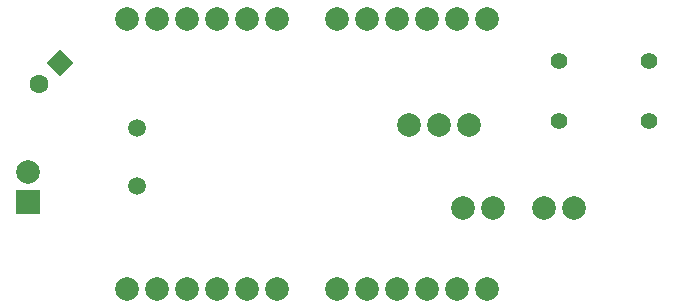
<source format=gbr>
%TF.GenerationSoftware,KiCad,Pcbnew,7.0.7*%
%TF.CreationDate,2023-09-18T12:00:33+02:00*%
%TF.ProjectId,AT90S4433_evaluation_board,41543930-5334-4343-9333-5f6576616c75,rev?*%
%TF.SameCoordinates,Original*%
%TF.FileFunction,Soldermask,Bot*%
%TF.FilePolarity,Negative*%
%FSLAX46Y46*%
G04 Gerber Fmt 4.6, Leading zero omitted, Abs format (unit mm)*
G04 Created by KiCad (PCBNEW 7.0.7) date 2023-09-18 12:00:33*
%MOMM*%
%LPD*%
G01*
G04 APERTURE LIST*
G04 Aperture macros list*
%AMRotRect*
0 Rectangle, with rotation*
0 The origin of the aperture is its center*
0 $1 length*
0 $2 width*
0 $3 Rotation angle, in degrees counterclockwise*
0 Add horizontal line*
21,1,$1,$2,0,0,$3*%
G04 Aperture macros list end*
%ADD10C,2.000000*%
%ADD11C,1.500000*%
%ADD12C,1.397000*%
%ADD13RotRect,1.600000X1.600000X225.000000*%
%ADD14C,1.600000*%
%ADD15R,2.000000X2.000000*%
G04 APERTURE END LIST*
D10*
%TO.C,JP8*%
X140218000Y-92202000D03*
X137678000Y-92202000D03*
%TD*%
D11*
%TO.C,Y1*%
X110109000Y-90334001D03*
X110109000Y-85434001D03*
%TD*%
D10*
%TO.C,JP7*%
X147076000Y-92202000D03*
X144536000Y-92202000D03*
%TD*%
%TO.C,JP9*%
X138176000Y-85217000D03*
X135636000Y-85217000D03*
X133096000Y-85217000D03*
%TD*%
D12*
%TO.C,SW1*%
X145796000Y-79756000D03*
X153416000Y-79756000D03*
X145796000Y-84836000D03*
X153416000Y-84836000D03*
%TD*%
D10*
%TO.C,JP3*%
X139700000Y-76200000D03*
X137160000Y-76200000D03*
X134620000Y-76200000D03*
X132080000Y-76200000D03*
X129540000Y-76200000D03*
X127000000Y-76200000D03*
%TD*%
D13*
%TO.C,C6*%
X103595143Y-79919857D03*
D14*
X101827376Y-81687624D03*
%TD*%
D10*
%TO.C,JP4*%
X109220000Y-99060000D03*
X111760000Y-99060000D03*
X114300000Y-99060000D03*
X116840000Y-99060000D03*
X119380000Y-99060000D03*
X121920000Y-99060000D03*
%TD*%
%TO.C,TP3*%
X100863400Y-89204800D03*
D15*
X100863400Y-91744800D03*
%TD*%
D10*
%TO.C,JP1*%
X121920000Y-76200000D03*
X119380000Y-76200000D03*
X116840000Y-76200000D03*
X114300000Y-76200000D03*
X111760000Y-76200000D03*
X109220000Y-76200000D03*
%TD*%
%TO.C,JP2*%
X127000000Y-99060000D03*
X129540000Y-99060000D03*
X132080000Y-99060000D03*
X134620000Y-99060000D03*
X137160000Y-99060000D03*
X139700000Y-99060000D03*
%TD*%
M02*

</source>
